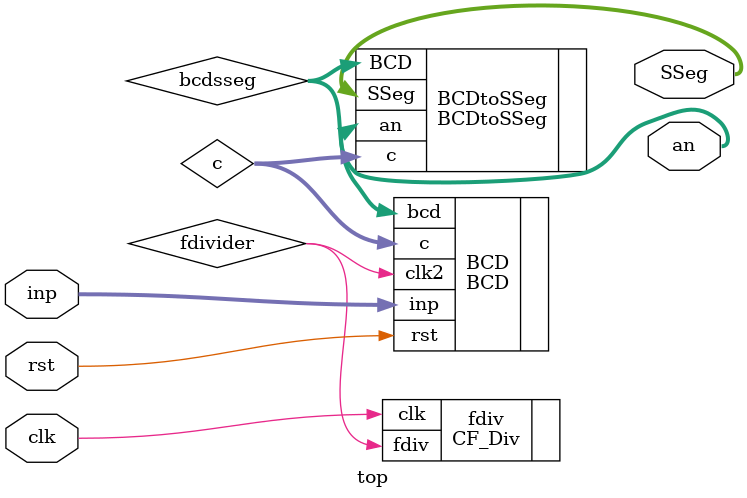
<source format=v>
`include "src/BCD.v"
`include "src/CF_Div.v"
`include "src/BCDtoSSeg.v"

module top (
    input [4:0] inp,  
    input clk,
    input rst,
    output [0:6] SSeg, 
    output [3:0] an

);
    wire [3:0]bcdsseg;
    wire [3:0]c;
    wire fdividier;

    BCD BCD(
    .bcd(bcdsseg),
    .inp(inp),
    .rst(rst),
    .c(c),
    .clk2(fdivider)
    );

    CF_Div fdiv(
    .clk(clk),
    .fdiv(fdivider)
    );

    BCDtoSSeg BCDtoSSeg(
    .SSeg(SSeg),
    .c(c),
    .BCD(bcdsseg),
    .an(an)
    );

endmodule
</source>
